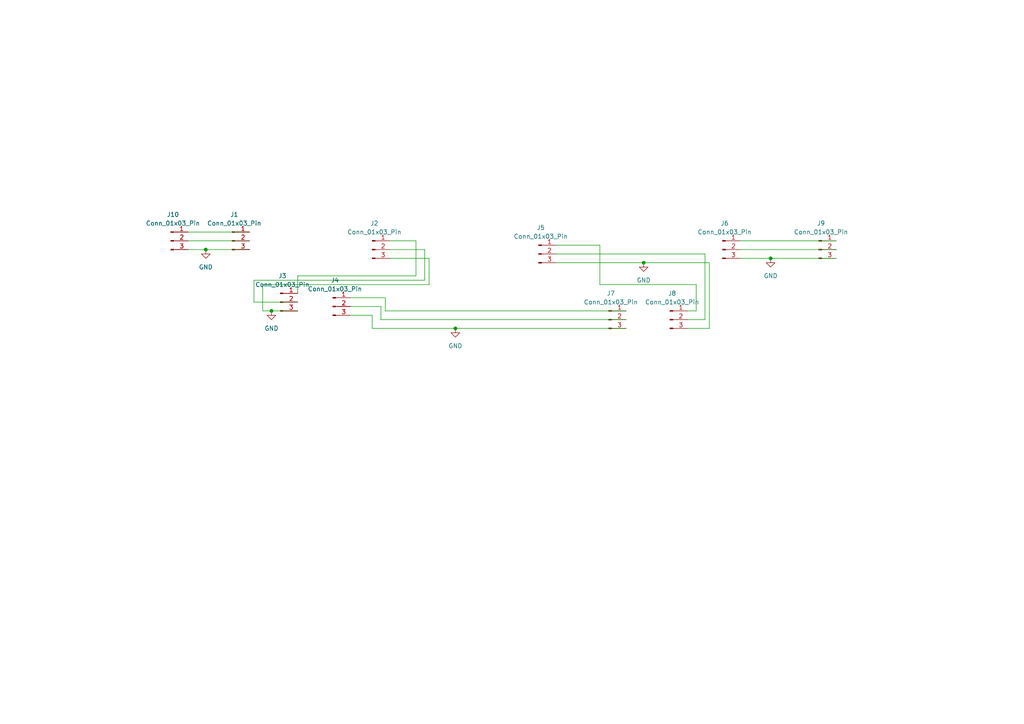
<source format=kicad_sch>
(kicad_sch (version 20250114) (generator "eeschema") (generator_version "9.0")
  (paper "A4")
  (lib_symbols
    (symbol "Connector:Conn_01x03_Pin" (pin_names (offset 1.016) (hide yes))
      (property "Reference" "J" (at 0 5.08 0))
      (property "Value" "Conn_01x03_Pin" (at 0 -5.08 0))
      (symbol "Conn_01x03_Pin_1_1"
        (rectangle (start 0.8636 2.667) (end 0 2.413) (stroke (width 0.1524)) (fill (type outline)))
        (rectangle (start 0.8636 0.127) (end 0 -0.127) (stroke (width 0.1524)) (fill (type outline)))
        (rectangle (start 0.8636 -2.413) (end 0 -2.667) (stroke (width 0.1524)) (fill (type outline)))
        (polyline (pts (xy 1.27 2.54) (xy 0.8636 2.54)) (stroke (width 0.1524)))
        (polyline (pts (xy 1.27 0) (xy 0.8636 0)) (stroke (width 0.1524)))
        (polyline (pts (xy 1.27 -2.54) (xy 0.8636 -2.54)) (stroke (width 0.1524)))
        (pin passive line (at 5.08 2.54 180) (length 3.81) (name "Pin_1") (number "1"))
        (pin passive line (at 5.08 0 180) (length 3.81) (name "Pin_2") (number "2"))
        (pin passive line (at 5.08 -2.54 180) (length 3.81) (name "Pin_3") (number "3"))
      )
    )
    (symbol "power:GND" (power) (pin_numbers (hide yes)) (pin_names (offset 0) (hide yes))
      (property "Value" "GND" (at 0 -3.81 0))
      (symbol "GND_0_1"
        (polyline (pts (xy 0 0) (xy 0 -1.27) (xy 1.27 -1.27) (xy 0 -2.54) (xy -1.27 -1.27) (xy 0 -1.27)))
      )
      (symbol "GND_1_1"
        (pin power_in line (at 0 0 270) (length 0) (name "~") (number "1"))
      )
    )
  )
  (junction (at 59.69 72.39))
  (junction (at 223.52 74.93))
  (junction (at 78.74 90.17))
  (junction (at 186.69 76.2))
  (junction (at 132.08 95.25))
  (wire (pts (xy 199.39 92.71) (xy 204.47 92.71)))
  (wire (pts (xy 86.36 87.63) (xy 73.66 87.63)))
  (wire (pts (xy 204.47 73.66) (xy 204.47 92.71)))
  (wire (pts (xy 73.66 81.28) (xy 123.19 81.28)))
  (wire (pts (xy 186.69 76.2) (xy 205.74 76.2)))
  (wire (pts (xy 73.66 87.63) (xy 73.66 81.28)))
  (wire (pts (xy 161.29 76.2) (xy 186.69 76.2)))
  (wire (pts (xy 123.19 81.28) (xy 123.19 72.39)))
  (wire (pts (xy 107.95 95.25) (xy 107.95 91.44)))
  (wire (pts (xy 76.2 90.17) (xy 76.2 82.55)))
  (wire (pts (xy 59.69 72.39) (xy 72.39 72.39)))
  (wire (pts (xy 161.29 73.66) (xy 204.47 73.66)))
  (wire (pts (xy 110.49 88.9) (xy 101.6 88.9)))
  (wire (pts (xy 86.36 90.17) (xy 78.74 90.17)))
  (wire (pts (xy 123.19 72.39) (xy 113.03 72.39)))
  (wire (pts (xy 76.2 82.55) (xy 124.46 82.55)))
  (wire (pts (xy 214.63 69.85) (xy 242.57 69.85)))
  (wire (pts (xy 205.74 76.2) (xy 205.74 95.25)))
  (wire (pts (xy 124.46 82.55) (xy 124.46 74.93)))
  (wire (pts (xy 111.76 86.36) (xy 101.6 86.36)))
  (wire (pts (xy 86.36 80.01) (xy 120.65 80.01)))
  (wire (pts (xy 173.99 82.55) (xy 201.93 82.55)))
  (wire (pts (xy 120.65 69.85) (xy 113.03 69.85)))
  (wire (pts (xy 161.29 71.12) (xy 173.99 71.12)))
  (wire (pts (xy 86.36 85.09) (xy 86.36 80.01)))
  (wire (pts (xy 214.63 72.39) (xy 242.57 72.39)))
  (wire (pts (xy 223.52 74.93) (xy 242.57 74.93)))
  (wire (pts (xy 120.65 80.01) (xy 120.65 69.85)))
  (wire (pts (xy 205.74 95.25) (xy 199.39 95.25)))
  (wire (pts (xy 54.61 69.85) (xy 72.39 69.85)))
  (wire (pts (xy 78.74 90.17) (xy 76.2 90.17)))
  (wire (pts (xy 132.08 95.25) (xy 107.95 95.25)))
  (wire (pts (xy 54.61 72.39) (xy 59.69 72.39)))
  (wire (pts (xy 181.61 92.71) (xy 110.49 92.71)))
  (wire (pts (xy 173.99 71.12) (xy 173.99 82.55)))
  (wire (pts (xy 54.61 67.31) (xy 72.39 67.31)))
  (wire (pts (xy 111.76 90.17) (xy 111.76 86.36)))
  (wire (pts (xy 201.93 90.17) (xy 199.39 90.17)))
  (wire (pts (xy 124.46 74.93) (xy 113.03 74.93)))
  (wire (pts (xy 110.49 92.71) (xy 110.49 88.9)))
  (wire (pts (xy 201.93 82.55) (xy 201.93 90.17)))
  (wire (pts (xy 214.63 74.93) (xy 223.52 74.93)))
  (wire (pts (xy 181.61 90.17) (xy 111.76 90.17)))
  (wire (pts (xy 181.61 95.25) (xy 132.08 95.25)))
  (wire (pts (xy 107.95 91.44) (xy 101.6 91.44)))
  (symbol (lib_id "Connector:Conn_01x03_Pin") (at 81.28 87.63 0) (unit 1)
    (property "Reference" "J3" (at 81.915 80.01 0))
    (property "Value" "Conn_01x03_Pin" (at 81.915 82.55 0))
    (property "Footprint" "ws2812:led_pads" (effects (hide yes)))
    (property "Description" "Generic connector, single row, 01x03, script generated" (effects (hide yes)))
  )
  (symbol (lib_id "Connector:Conn_01x03_Pin") (at 49.53 69.85 0) (unit 1)
    (property "Reference" "J10" (at 50.165 62.23 0))
    (property "Value" "Conn_01x03_Pin" (at 50.165 64.77 0))
    (property "Footprint" "Connector_PinHeader_2.54mm:PinHeader_1x03_P2.54mm_Vertical" (effects (hide yes)))
    (property "Description" "Generic connector, single row, 01x03, script generated" (effects (hide yes)))
  )
  (symbol (lib_id "Connector:Conn_01x03_Pin") (at 194.31 92.71 0) (unit 1)
    (property "Reference" "J8" (at 194.945 85.09 0))
    (property "Value" "Conn_01x03_Pin" (at 194.945 87.63 0))
    (property "Footprint" "ws2812:led_pads" (effects (hide yes)))
    (property "Description" "Generic connector, single row, 01x03, script generated" (effects (hide yes)))
  )
  (symbol (lib_id "Connector:Conn_01x03_Pin") (at 96.52 88.9 0) (unit 1)
    (property "Reference" "J4" (at 97.155 81.28 0))
    (property "Value" "Conn_01x03_Pin" (at 97.155 83.82 0))
    (property "Footprint" "ws2812:led_pads" (effects (hide yes)))
    (property "Description" "Generic connector, single row, 01x03, script generated" (effects (hide yes)))
  )
  (symbol (lib_id "power:GND") (at 132.08 95.25 0) (unit 1)
    (property "Reference" "#PWR04" (effects (hide yes)))
    (property "Value" "GND" (at 132.08 100.33 0))
    (property "Description" "Power symbol creates a global label with name \"GND\" , ground" (effects (hide yes)))
  )
  (symbol (lib_id "power:GND") (at 78.74 90.17 0) (unit 1)
    (property "Reference" "#PWR03" (effects (hide yes)))
    (property "Value" "GND" (at 78.74 95.25 0))
    (property "Description" "Power symbol creates a global label with name \"GND\" , ground" (effects (hide yes)))
  )
  (symbol (lib_id "Connector:Conn_01x03_Pin") (at 237.49 72.39 0) (unit 1)
    (property "Reference" "J9" (at 238.125 64.77 0))
    (property "Value" "Conn_01x03_Pin" (at 238.125 67.31 0))
    (property "Footprint" "Connector_PinHeader_2.54mm:PinHeader_1x03_P2.54mm_Vertical" (effects (hide yes)))
    (property "Description" "Generic connector, single row, 01x03, script generated" (effects (hide yes)))
  )
  (symbol (lib_id "Connector:Conn_01x03_Pin") (at 67.31 69.85 0) (unit 1)
    (property "Reference" "J1" (at 67.945 62.23 0))
    (property "Value" "Conn_01x03_Pin" (at 67.945 64.77 0))
    (property "Footprint" "ws2812:led_pads" (effects (hide yes)))
    (property "Description" "Generic connector, single row, 01x03, script generated" (effects (hide yes)))
  )
  (symbol (lib_id "power:GND") (at 59.69 72.39 0) (unit 1)
    (property "Reference" "#PWR02" (effects (hide yes)))
    (property "Value" "GND" (at 59.69 77.47 0))
    (property "Description" "Power symbol creates a global label with name \"GND\" , ground" (effects (hide yes)))
  )
  (symbol (lib_id "Connector:Conn_01x03_Pin") (at 107.95 72.39 0) (unit 1)
    (property "Reference" "J2" (at 108.585 64.77 0))
    (property "Value" "Conn_01x03_Pin" (at 108.585 67.31 0))
    (property "Footprint" "ws2812:led_pads" (effects (hide yes)))
    (property "Description" "Generic connector, single row, 01x03, script generated" (effects (hide yes)))
  )
  (symbol (lib_id "Connector:Conn_01x03_Pin") (at 156.21 73.66 0) (unit 1)
    (property "Reference" "J5" (at 156.845 66.04 0))
    (property "Value" "Conn_01x03_Pin" (at 156.845 68.58 0))
    (property "Footprint" "ws2812:led_pads" (effects (hide yes)))
    (property "Description" "Generic connector, single row, 01x03, script generated" (effects (hide yes)))
  )
  (symbol (lib_id "Connector:Conn_01x03_Pin") (at 176.53 92.71 0) (unit 1)
    (property "Reference" "J7" (at 177.165 85.09 0))
    (property "Value" "Conn_01x03_Pin" (at 177.165 87.63 0))
    (property "Footprint" "ws2812:led_pads" (effects (hide yes)))
    (property "Description" "Generic connector, single row, 01x03, script generated" (effects (hide yes)))
  )
  (symbol (lib_id "power:GND") (at 223.52 74.93 0) (unit 1)
    (property "Reference" "#PWR06" (effects (hide yes)))
    (property "Value" "GND" (at 223.52 80.01 0))
    (property "Description" "Power symbol creates a global label with name \"GND\" , ground" (effects (hide yes)))
  )
  (symbol (lib_id "power:GND") (at 186.69 76.2 0) (unit 1)
    (property "Reference" "#PWR01" (effects (hide yes)))
    (property "Value" "GND" (at 186.69 81.28 0))
    (property "Description" "Power symbol creates a global label with name \"GND\" , ground" (effects (hide yes)))
  )
  (symbol (lib_id "Connector:Conn_01x03_Pin") (at 209.55 72.39 0) (unit 1)
    (property "Reference" "J6" (at 210.185 64.77 0))
    (property "Value" "Conn_01x03_Pin" (at 210.185 67.31 0))
    (property "Footprint" "ws2812:led_pads" (effects (hide yes)))
    (property "Description" "Generic connector, single row, 01x03, script generated" (effects (hide yes)))
  )
)
</source>
